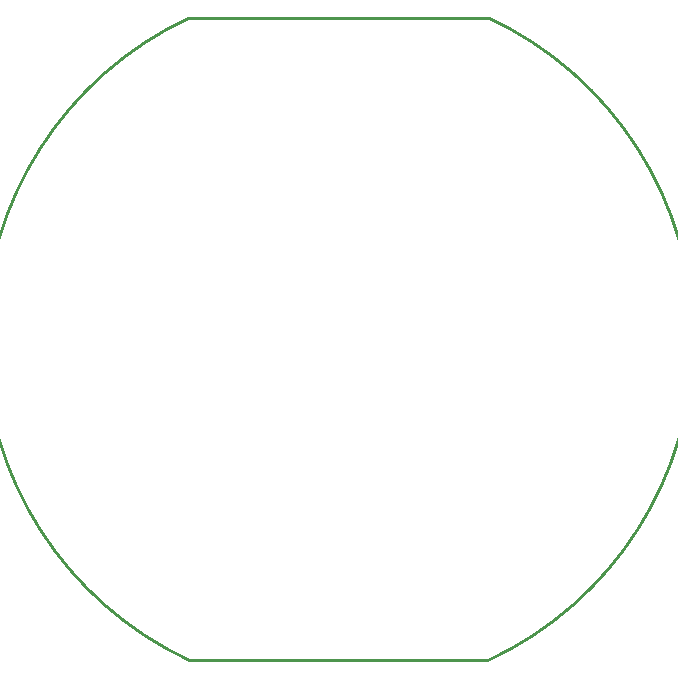
<source format=gko>
G04 Layer: BoardOutline*
G04 EasyEDA v5.9.42, Sat, 20 Apr 2019 23:02:29 GMT*
G04 3fcfc4233d194f7ea776cce536db31cf*
G04 Gerber Generator version 0.2*
G04 Scale: 100 percent, Rotated: No, Reflected: No *
G04 Dimensions in millimeters *
G04 leading zeros omitted , absolute positions ,3 integer and 3 decimal *
%FSLAX33Y33*%
%MOMM*%
G90*
G71D02*

%ADD10C,0.254000*%
G54D10*
G01X42655Y54399D02*
G01X17344Y54399D01*
G75*
G01X17345Y54400D02*
G03X17345Y0I12655J-27200D01*
G01*
G01X17344Y0D02*
G01X42655Y0D01*
G75*
G01X42655Y0D02*
G03X42655Y54400I-12655J27200D01*
G01*

%LPD*%
M00*
M02*

</source>
